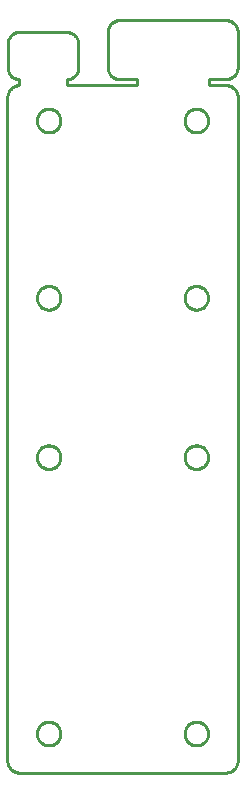
<source format=gbr>
%FSTAX26Y26*%
%MOMM*%
%SFA1B1*%

%IPPOS*%
%ADD60C,0.253999*%
%LNpcb_keep-out-1*%
%LPD*%
G54D60*
X00028981Y01126998D02*
D01*
X00031419Y01057224*
X00038709Y00987806*
X0005085Y00919073*
X00067716Y00851357*
X00089306Y00784961*
X00115443Y00720242*
X0014605Y00657504*
X00180949Y00597077*
X00219964Y00539191*
X0026294Y004842*
X00309651Y00432333*
X00359867Y00383844*
X00413334Y00338988*
X00469798Y00297942*
X0052898Y00260959*
X00590626Y00228193*
X0065438Y00199796*
X00719963Y0017592*
X00787069Y00156692*
X00855345Y00142189*
X00924458Y00132461*
X00994079Y00127584*
X01028979Y00127*
X18528995*
D01*
X18598743Y00129413*
X18668161Y00136728*
X18736894Y00148844*
X18804636Y00165735*
X18871006Y00187299*
X18935725Y00213436*
X18998463Y00244043*
X19058915Y00278942*
X19116776Y00317982*
X19171767Y00360934*
X19223634Y00407644*
X19272123Y0045786*
X19317004Y00511327*
X19358025Y00567791*
X19395008Y00626999*
X19427774Y00688619*
X19456171Y00752373*
X19480047Y00817981*
X19499275Y00885063*
X19513804Y00953338*
X19523506Y01022451*
X19528383Y01092098*
X19528993Y01126998*
Y57326987*
D01*
X19526554Y57396735*
X19519265Y57466153*
X19507123Y57534911*
X19490258Y57602628*
X19468668Y57668998*
X19442531Y57733717*
X19411924Y57796455*
X19377025Y57856907*
X1933801Y57914768*
X19295033Y57969785*
X19248323Y58021651*
X19198107Y5807014*
X1914464Y58114996*
X19088176Y58156017*
X19028994Y58193*
X18967348Y58225791*
X18903594Y58254163*
X18838011Y58278039*
X18770904Y58297292*
X18702629Y58311796*
X18633516Y58321498*
X18563894Y58326375*
X18528995Y58326985*
X170688*
Y58834985*
X18528995*
D01*
X18598743Y58837423*
X18668161Y58844713*
X18736894Y58856829*
X18804636Y5887372*
X18871006Y58895284*
X18935725Y58921446*
X18998463Y58952028*
X19058915Y58986928*
X19116776Y59025967*
X19171767Y59068944*
X19223634Y59115655*
X19272123Y59165845*
X19317004Y59219338*
X19358025Y59275802*
X19395008Y59334984*
X19427774Y59396604*
X19456171Y59460384*
X19480047Y59525966*
X19499275Y59593073*
X19513804Y59661348*
X19523506Y59730462*
X19528383Y59800083*
X19528993Y59834983*
Y62834977D01*
D01*
X19526554Y62904751*
X19519265Y62974169*
X19507123Y63042901*
X19490258Y63110618*
X19468668Y63177013*
X19442531Y63241732*
X19411924Y6330447*
X19377025Y63364897*
X1933801Y63422784*
X19295033Y63477775*
X19248323Y63529641*
X19198107Y6357813*
X1914464Y63622986*
X19088176Y63664033*
X19028994Y63701015*
X18967348Y63733781*
X18903594Y63762178*
X18838011Y63786054*
X18770904Y63805282*
X18702629Y63819786*
X18633516Y63829514*
X18563894Y63834365*
X18528995Y63834975*
X09528987D01*
D01*
X09459239Y63832562*
X09389821Y63825247*
X09321063Y63813131*
X09253347Y6379624*
X09186976Y63774675*
X09122257Y63748539*
X09059519Y63717932*
X08999067Y63683032*
X08941206Y63643992*
X0888619Y63601041*
X08834323Y6355433*
X08785834Y63504114*
X08740978Y63450647*
X08699957Y63394183*
X08662949Y63334976*
X08630183Y63273355*
X08601811Y63209601*
X08577935Y63143993*
X08558682Y63076912*
X08544179Y63008637*
X08534476Y62939523*
X08529599Y62869876*
X08528989Y62834977*
Y59834983D01*
D01*
X08531428Y59765234*
X08538718Y59695816*
X08550833Y59627084*
X08567724Y59559342*
X08589289Y59492972*
X08615451Y59428253*
X08646033Y59365515*
X08680932Y59305063*
X08719972Y59247201*
X08762949Y5919221*
X08809659Y59140318*
X0885985Y5909183*
X08913317Y59046973*
X08969806Y59005952*
X09028988Y5896897*
X09090609Y58936204*
X09154388Y58907807*
X09219971Y58883931*
X09287052Y58864703*
X09355328Y58850174*
X09424466Y58840471*
X09494088Y58835594*
X09528987Y58834985*
X11049*
Y58326985*
X09528987*
X05043881*
X05043906*
Y58832978*
X05043881D02*
D01*
X05113655Y58835417*
X05183047Y58842706*
X05251805Y58854848*
X05319522Y58871713*
X05385917Y58893303*
X05450611Y5891944*
X05513349Y58950047*
X05573801Y58984946*
X05631662Y59023961*
X05686679Y59066938*
X05738545Y59113648*
X05787034Y59163864*
X0583189Y59217331*
X05872937Y59273795*
X05909919Y59332977*
X05942685Y59394623*
X05971082Y59458377*
X05994933Y5952396*
X06014186Y59591067*
X0602869Y59659342*
X06038418Y59728455*
X06043269Y59798077*
X06043879Y59832976*
Y61832998D01*
X06043904D02*
D01*
X06041466Y61902746*
X06034176Y61972164*
X06022035Y62040897*
X06005169Y62108613*
X05983579Y62175009*
X05957443Y62239728*
X05926836Y62302466*
X05891936Y62362918*
X05852922Y62420779*
X05809945Y6247577*
X05763234Y62527637*
X05713018Y62576125*
X05659551Y62621007*
X05603087Y62662028*
X05543905Y62699011*
X05482259Y62731777*
X05418505Y62760174*
X05352923Y6278405*
X05285816Y62803278*
X05217541Y62817806*
X05148427Y62827509*
X05078806Y62832386*
X05043906Y62832996*
X05043881D02*
X01043889D01*
D01*
X0097414Y62830557*
X00904722Y62823267*
X00835964Y62811126*
X00768248Y62794261*
X00701878Y62772671*
X00637159Y62746534*
X00574421Y62715927*
X00513969Y62681027*
X00456107Y62642013*
X00401091Y62599036*
X00349224Y62552326*
X00300736Y6250211*
X00255879Y62448643*
X00214858Y62392179*
X0017785Y62332997*
X00145084Y62271351*
X00116713Y62207597*
X00092837Y62142014*
X00073583Y62074907*
X0005908Y62006632*
X00049377Y61937519*
X000445Y61867897*
X00043891Y61832998*
Y59832976*
D01*
X00046329Y59763228*
X00053619Y5969381*
X00065735Y59625077*
X00082626Y59557361*
X0010419Y59490965*
X00130352Y59426246*
X00160934Y59363508*
X00195834Y59303056*
X00234873Y59245195*
X0027785Y59190204*
X00324535Y59138337*
X00374751Y59089848*
X00428218Y59044967*
X00484682Y59003946*
X0054389Y58966963*
X0060551Y58934197*
X0066929Y589058*
X00734872Y58881924*
X00801954Y58862696*
X00870229Y58848167*
X00939368Y58838465*
X01008989Y58833588*
X01043889Y58832978*
Y58326985D01*
X01028979*
D01*
X00959231Y58324546*
X00889812Y58317257*
X0082108Y58305141*
X00753338Y5828825*
X00686968Y58266685*
X00622249Y58240523*
X00559511Y58209942*
X00499059Y58175042*
X00441198Y58136002*
X00386207Y58093025*
X0033434Y58046315*
X00285851Y57996124*
X00240969Y57942657*
X00199948Y57886168*
X00162966Y57826986*
X001302Y57765365*
X00101803Y57701586*
X00077927Y57636003*
X00058699Y57568896*
X0004417Y57500647*
X00034467Y57431508*
X00029591Y57361886*
X00028981Y57326987*
Y01126998*
X04528997Y03426993D02*
D01*
X04526559Y03496741*
X04519244Y0356616*
X04507128Y03634892*
X04490237Y03702634*
X04468672Y03769004*
X04442536Y03833723*
X04411929Y03896461*
X04377029Y03956913*
X04338015Y04014774*
X04295038Y04069765*
X04248327Y04121658*
X04198112Y04170121*
X04144645Y04215003*
X0408818Y04256024*
X04028998Y04293006*
X03967353Y04325772*
X03903599Y04354169*
X03838016Y04378045*
X03770909Y04397273*
X03702634Y04411802*
X0363352Y04421505*
X03563899Y04426381*
X034941*
X03424453Y04421505*
X0335534Y04411802*
X03287064Y04397273*
X03219958Y04378045*
X03154375Y04354169*
X03090621Y04325772*
X03028975Y04293006*
X02969793Y04256024*
X02913329Y04215003*
X02859862Y04170121*
X02809646Y04121658*
X02762935Y04069765*
X02719959Y04014774*
X02680944Y03956913*
X02646045Y03896461*
X02615438Y03833723*
X02589301Y03769004*
X02567736Y03702634*
X02550845Y03634892*
X0253873Y0356616*
X02531414Y03496741*
X02528976Y03426993*
X02531414Y03357219*
X0253873Y03287826*
X02550845Y03219069*
X02567736Y03151352*
X02589301Y03084957*
X02615438Y03020263*
X02646045Y02957525*
X02680944Y02897073*
X02719959Y02839212*
X02762935Y02784195*
X02809646Y02732328*
X02859862Y0268384*
X02913329Y02638983*
X02969793Y02597937*
X03028975Y02560955*
X03090621Y02528189*
X03154375Y02499791*
X03219958Y02475941*
X03287064Y02456688*
X0335534Y02442184*
X03424453Y02432456*
X034941Y02427605*
X03563899*
X0363352Y02432456*
X03702634Y02442184*
X03770909Y02456688*
X03838016Y02475941*
X03903599Y02499791*
X03967353Y02528189*
X04028998Y02560955*
X0408818Y02597937*
X04144645Y02638983*
X04198112Y0268384*
X04248327Y02732328*
X04295038Y02784195*
X04338015Y02839212*
X04377029Y02897073*
X04411929Y02957525*
X04442536Y03020263*
X04468672Y03084957*
X04490237Y03151352*
X04507128Y03219069*
X04519244Y03287826*
X04526559Y03357219*
X04528997Y03426993*
X17028998D02*
D01*
X17026559Y03496741*
X17019244Y0356616*
X17007128Y03634892*
X16990237Y03702634*
X16968673Y03769004*
X16942536Y03833723*
X16911929Y03896461*
X1687703Y03956913*
X16838015Y04014774*
X16795038Y04069765*
X16748328Y04121658*
X16698112Y04170121*
X16644645Y04215003*
X16588181Y04256024*
X16528999Y04293006*
X16467353Y04325772*
X16403599Y04354169*
X16338016Y04378045*
X16270909Y04397273*
X16202634Y04411802*
X16133521Y04421505*
X16063874Y04426381*
X15994075*
X15924453Y04421505*
X1585534Y04411802*
X15787065Y04397273*
X15719958Y04378045*
X15654375Y04354169*
X15590621Y04325772*
X15528975Y04293006*
X15469793Y04256024*
X15413329Y04215003*
X15359862Y04170121*
X15309646Y04121658*
X15262936Y04069765*
X15219959Y04014774*
X15180945Y03956913*
X15146045Y03896461*
X15115438Y03833723*
X15089301Y03769004*
X15067737Y03702634*
X15050846Y03634892*
X1503873Y0356616*
X15031415Y03496741*
X15028976Y03426993*
X15031415Y03357219*
X1503873Y03287826*
X15050846Y03219069*
X15067737Y03151352*
X15089301Y03084957*
X15115438Y03020263*
X15146045Y02957525*
X15180945Y02897073*
X15219959Y02839212*
X15262936Y02784195*
X15309646Y02732328*
X15359862Y0268384*
X15413329Y02638983*
X15469793Y02597937*
X15528975Y02560955*
X15590621Y02528189*
X15654375Y02499791*
X15719958Y02475941*
X15787065Y02456688*
X1585534Y02442184*
X15924453Y02432456*
X15994075Y02427605*
X16063874*
X16133521Y02432456*
X16202634Y02442184*
X16270909Y02456688*
X16338016Y02475941*
X16403599Y02499791*
X16467353Y02528189*
X16528999Y02560955*
X16588181Y02597937*
X16644645Y02638983*
X16698112Y0268384*
X16748328Y02732328*
X16795038Y02784195*
X16838015Y02839212*
X1687703Y02897073*
X16911929Y02957525*
X16942536Y03020263*
X16968673Y03084957*
X16990237Y03151352*
X17007128Y03219069*
X17019244Y03287826*
X17026559Y03357219*
X17028998Y03426993*
Y26826997D02*
D01*
X17026559Y26896745*
X17019244Y26966164*
X17007128Y27034896*
X16990237Y27102612*
X16968673Y27169008*
X16942536Y27233727*
X16911929Y27296465*
X1687703Y27356917*
X16838015Y27414778*
X16795038Y27469769*
X16748328Y27521636*
X16698112Y27570125*
X16644645Y27615007*
X16588181Y27656028*
X16528999Y2769301*
X16467353Y27725776*
X16403599Y27754173*
X16338016Y27778049*
X16270909Y27797277*
X16202634Y27811806*
X16133521Y27821509*
X16063874Y27826385*
X15994075*
X15924453Y27821509*
X1585534Y27811806*
X15787065Y27797277*
X15719958Y27778049*
X15654375Y27754173*
X15590621Y27725776*
X15528975Y2769301*
X15469793Y27656028*
X15413329Y27615007*
X15359862Y27570125*
X15309646Y27521636*
X15262936Y27469769*
X15219959Y27414778*
X15180945Y27356917*
X15146045Y27296465*
X15115438Y27233727*
X15089301Y27169008*
X15067737Y27102612*
X15050846Y27034896*
X1503873Y26966164*
X15031415Y26896745*
X15028976Y26826997*
X15031415Y26757223*
X1503873Y26687805*
X15050846Y26619073*
X15067737Y26551356*
X15089301Y26484961*
X15115438Y26420241*
X15146045Y26357503*
X15180945Y26297077*
X15219959Y2623919*
X15262936Y26184199*
X15309646Y26132332*
X15359862Y26083844*
X15413329Y26038987*
X15469793Y25997941*
X15528975Y25960959*
X15590621Y25928193*
X15654375Y25899795*
X15719958Y25875919*
X15787065Y25856692*
X1585534Y25842188*
X15924453Y2583246*
X15994075Y25827609*
X16063874*
X16133521Y2583246*
X16202634Y25842188*
X16270909Y25856692*
X16338016Y25875919*
X16403599Y25899795*
X16467353Y25928193*
X16528999Y25960959*
X16588181Y25997941*
X16644645Y26038987*
X16698112Y26083844*
X16748328Y26132332*
X16795038Y26184199*
X16838015Y2623919*
X1687703Y26297077*
X16911929Y26357503*
X16942536Y26420241*
X16968673Y26484961*
X16990237Y26551356*
X17007128Y26619073*
X17019244Y26687805*
X17026559Y26757223*
X17028998Y26826997*
Y40326995D02*
D01*
X17026559Y40396744*
X17019244Y40466162*
X17007128Y40534894*
X16990237Y40602636*
X16968673Y40669006*
X16942536Y40733726*
X16911929Y40796464*
X1687703Y40856916*
X16838015Y40914777*
X16795038Y40969768*
X16748328Y41021635*
X16698112Y41070123*
X16644645Y41115005*
X16588181Y41156026*
X16528999Y41193008*
X16467353Y41225774*
X16403599Y41254172*
X16338016Y41278048*
X16270909Y41297275*
X16202634Y41311804*
X16133521Y41321507*
X16063874Y41326384*
X15994075*
X15924453Y41321507*
X1585534Y41311804*
X15787065Y41297275*
X15719958Y41278048*
X15654375Y41254172*
X15590621Y41225774*
X15528975Y41193008*
X15469793Y41156026*
X15413329Y41115005*
X15359862Y41070123*
X15309646Y41021635*
X15262936Y40969768*
X15219959Y40914777*
X15180945Y40856916*
X15146045Y40796464*
X15115438Y40733726*
X15089301Y40669006*
X15067737Y40602636*
X15050846Y40534894*
X1503873Y40466162*
X15031415Y40396744*
X15028976Y40326995*
X15031415Y40257222*
X1503873Y40187803*
X15050846Y40119071*
X15067737Y40051355*
X15089301Y39984959*
X15115438Y3992024*
X15146045Y39857527*
X15180945Y39797075*
X15219959Y39739214*
X15262936Y39684198*
X15309646Y39632331*
X15359862Y39583842*
X15413329Y39538986*
X15469793Y39497939*
X15528975Y39460957*
X15590621Y39428191*
X15654375Y39399794*
X15719958Y39375918*
X15787065Y3935669*
X1585534Y39342187*
X15924453Y39332458*
X15994075Y39327607*
X16063874*
X16133521Y39332458*
X16202634Y39342187*
X16270909Y3935669*
X16338016Y39375918*
X16403599Y39399794*
X16467353Y39428191*
X16528999Y39460957*
X16588181Y39497939*
X16644645Y39538986*
X16698112Y39583842*
X16748328Y39632331*
X16795038Y39684198*
X16838015Y39739214*
X1687703Y39797075*
X16911929Y39857527*
X16942536Y3992024*
X16968673Y39984959*
X16990237Y40051355*
X17007128Y40119071*
X17019244Y40187803*
X17026559Y40257222*
X17028998Y40326995*
X04528997D02*
D01*
X04526559Y40396744*
X04519244Y40466162*
X04507128Y40534894*
X04490237Y40602636*
X04468672Y40669006*
X04442536Y40733726*
X04411929Y40796464*
X04377029Y40856916*
X04338015Y40914777*
X04295038Y40969768*
X04248327Y41021635*
X04198112Y41070123*
X04144645Y41115005*
X0408818Y41156026*
X04028998Y41193008*
X03967353Y41225774*
X03903599Y41254172*
X03838016Y41278048*
X03770909Y41297275*
X03702634Y41311804*
X0363352Y41321507*
X03563899Y41326384*
X034941*
X03424453Y41321507*
X0335534Y41311804*
X03287064Y41297275*
X03219958Y41278048*
X03154375Y41254172*
X03090621Y41225774*
X03028975Y41193008*
X02969793Y41156026*
X02913329Y41115005*
X02859862Y41070123*
X02809646Y41021635*
X02762935Y40969768*
X02719959Y40914777*
X02680944Y40856916*
X02646045Y40796464*
X02615438Y40733726*
X02589301Y40669006*
X02567736Y40602636*
X02550845Y40534894*
X0253873Y40466162*
X02531414Y40396744*
X02528976Y40326995*
X02531414Y40257222*
X0253873Y40187803*
X02550845Y40119071*
X02567736Y40051355*
X02589301Y39984959*
X02615438Y3992024*
X02646045Y39857527*
X02680944Y39797075*
X02719959Y39739214*
X02762935Y39684198*
X02809646Y39632331*
X02859862Y39583842*
X02913329Y39538986*
X02969793Y39497939*
X03028975Y39460957*
X03090621Y39428191*
X03154375Y39399794*
X03219958Y39375918*
X03287064Y3935669*
X0335534Y39342187*
X03424453Y39332458*
X034941Y39327607*
X03563899*
X0363352Y39332458*
X03702634Y39342187*
X03770909Y3935669*
X03838016Y39375918*
X03903599Y39399794*
X03967353Y39428191*
X04028998Y39460957*
X0408818Y39497939*
X04144645Y39538986*
X04198112Y39583842*
X04248327Y39632331*
X04295038Y39684198*
X04338015Y39739214*
X04377029Y39797075*
X04411929Y39857527*
X04442536Y3992024*
X04468672Y39984959*
X04490237Y40051355*
X04507128Y40119071*
X04519244Y40187803*
X04526559Y40257222*
X04528997Y40326995*
Y26826997D02*
D01*
X04526559Y26896745*
X04519244Y26966164*
X04507128Y27034896*
X04490237Y27102612*
X04468672Y27169008*
X04442536Y27233727*
X04411929Y27296465*
X04377029Y27356917*
X04338015Y27414778*
X04295038Y27469769*
X04248327Y27521636*
X04198112Y27570125*
X04144645Y27615007*
X0408818Y27656028*
X04028998Y2769301*
X03967353Y27725776*
X03903599Y27754173*
X03838016Y27778049*
X03770909Y27797277*
X03702634Y27811806*
X0363352Y27821509*
X03563899Y27826385*
X034941*
X03424453Y27821509*
X0335534Y27811806*
X03287064Y27797277*
X03219958Y27778049*
X03154375Y27754173*
X03090621Y27725776*
X03028975Y2769301*
X02969793Y27656028*
X02913329Y27615007*
X02859862Y27570125*
X02809646Y27521636*
X02762935Y27469769*
X02719959Y27414778*
X02680944Y27356917*
X02646045Y27296465*
X02615438Y27233727*
X02589301Y27169008*
X02567736Y27102612*
X02550845Y27034896*
X0253873Y26966164*
X02531414Y26896745*
X02528976Y26826997*
X02531414Y26757223*
X0253873Y26687805*
X02550845Y26619073*
X02567736Y26551356*
X02589301Y26484961*
X02615438Y26420241*
X02646045Y26357503*
X02680944Y26297077*
X02719959Y2623919*
X02762935Y26184199*
X02809646Y26132332*
X02859862Y26083844*
X02913329Y26038987*
X02969793Y25997941*
X03028975Y25960959*
X03090621Y25928193*
X03154375Y25899795*
X03219958Y25875919*
X03287064Y25856692*
X0335534Y25842188*
X03424453Y2583246*
X034941Y25827609*
X03563899*
X0363352Y2583246*
X03702634Y25842188*
X03770909Y25856692*
X03838016Y25875919*
X03903599Y25899795*
X03967353Y25928193*
X04028998Y25960959*
X0408818Y25997941*
X04144645Y26038987*
X04198112Y26083844*
X04248327Y26132332*
X04295038Y26184199*
X04338015Y2623919*
X04377029Y26297077*
X04411929Y26357503*
X04442536Y26420241*
X04468672Y26484961*
X04490237Y26551356*
X04507128Y26619073*
X04519244Y26687805*
X04526559Y26757223*
X04528997Y26826997*
X17028998Y55326991D02*
D01*
X17026559Y55396739*
X17019244Y55466157*
X17007128Y5553489*
X16990237Y55602632*
X16968673Y55669002*
X16942536Y55733721*
X16911929Y55796459*
X1687703Y55856911*
X16838015Y55914772*
X16795038Y55969763*
X16748328Y56021655*
X16698112Y56070144*
X16644645Y56115*
X16588181Y56156021*
X16528999Y56193004*
X16467353Y5622577*
X16403599Y56254167*
X16338016Y56278043*
X16270909Y56297271*
X16202634Y563118*
X16133521Y56321502*
X16063874Y56326379*
X15994075*
X15924453Y56321502*
X1585534Y563118*
X15787065Y56297271*
X15719958Y56278043*
X15654375Y56254167*
X15590621Y5622577*
X15528975Y56193004*
X15469793Y56156021*
X15413329Y56115*
X15359862Y56070144*
X15309646Y56021655*
X15262936Y55969763*
X15219959Y55914772*
X15180945Y55856911*
X15146045Y55796459*
X15115438Y55733721*
X15089301Y55669002*
X15067737Y55602632*
X15050846Y5553489*
X1503873Y55466157*
X15031415Y55396739*
X15028976Y55326991*
X15031415Y55257242*
X1503873Y55187824*
X15050846Y55119066*
X15067737Y5505135*
X15089301Y54984954*
X15115438Y54920261*
X15146045Y54857523*
X15180945Y54797071*
X15219959Y54739209*
X15262936Y54684193*
X15309646Y54632326*
X15359862Y54583838*
X15413329Y54538981*
X15469793Y5449796*
X15528975Y54460952*
X15590621Y54428186*
X15654375Y54399815*
X15719958Y54375939*
X15787065Y54356685*
X1585534Y54342182*
X15924453Y54332454*
X15994075Y54327602*
X16063874*
X16133521Y54332454*
X16202634Y54342182*
X16270909Y54356685*
X16338016Y54375939*
X16403599Y54399815*
X16467353Y54428186*
X16528999Y54460952*
X16588181Y5449796*
X16644645Y54538981*
X16698112Y54583838*
X16748328Y54632326*
X16795038Y54684193*
X16838015Y54739209*
X1687703Y54797071*
X16911929Y54857523*
X16942536Y54920261*
X16968673Y54984954*
X16990237Y5505135*
X17007128Y55119066*
X17019244Y55187824*
X17026559Y55257242*
X17028998Y55326991*
X05043881Y58832978D02*
X0504256Y58834324D01*
X04528997Y55326991D02*
D01*
X04526559Y55396739*
X04519244Y55466157*
X04507128Y5553489*
X04490237Y55602632*
X04468672Y55669002*
X04442536Y55733721*
X04411929Y55796459*
X04377029Y55856911*
X04338015Y55914772*
X04295038Y55969763*
X04248327Y56021655*
X04198112Y56070144*
X04144645Y56115*
X0408818Y56156021*
X04028998Y56193004*
X03967353Y5622577*
X03903599Y56254167*
X03838016Y56278043*
X03770909Y56297271*
X03702634Y563118*
X0363352Y56321502*
X03563899Y56326379*
X034941*
X03424453Y56321502*
X0335534Y563118*
X03287064Y56297271*
X03219958Y56278043*
X03154375Y56254167*
X03090621Y5622577*
X03028975Y56193004*
X02969793Y56156021*
X02913329Y56115*
X02859862Y56070144*
X02809646Y56021655*
X02762935Y55969763*
X02719959Y55914772*
X02680944Y55856911*
X02646045Y55796459*
X02615438Y55733721*
X02589301Y55669002*
X02567736Y55602632*
X02550845Y5553489*
X0253873Y55466157*
X02531414Y55396739*
X02528976Y55326991*
X02531414Y55257242*
X0253873Y55187824*
X02550845Y55119066*
X02567736Y5505135*
X02589301Y54984954*
X02615438Y54920261*
X02646045Y54857523*
X02680944Y54797071*
X02719959Y54739209*
X02762935Y54684193*
X02809646Y54632326*
X02859862Y54583838*
X02913329Y54538981*
X02969793Y5449796*
X03028975Y54460952*
X03090621Y54428186*
X03154375Y54399815*
X03219958Y54375939*
X03287064Y54356685*
X0335534Y54342182*
X03424453Y54332454*
X034941Y54327602*
X03563899*
X0363352Y54332454*
X03702634Y54342182*
X03770909Y54356685*
X03838016Y54375939*
X03903599Y54399815*
X03967353Y54428186*
X04028998Y54460952*
X0408818Y5449796*
X04144645Y54538981*
X04198112Y54583838*
X04248327Y54632326*
X04295038Y54684193*
X04338015Y54739209*
X04377029Y54797071*
X04411929Y54857523*
X04442536Y54920261*
X04468672Y54984954*
X04490237Y5505135*
X04507128Y55119066*
X04519244Y55187824*
X04526559Y55257242*
X04528997Y55326991*
M02*
</source>
